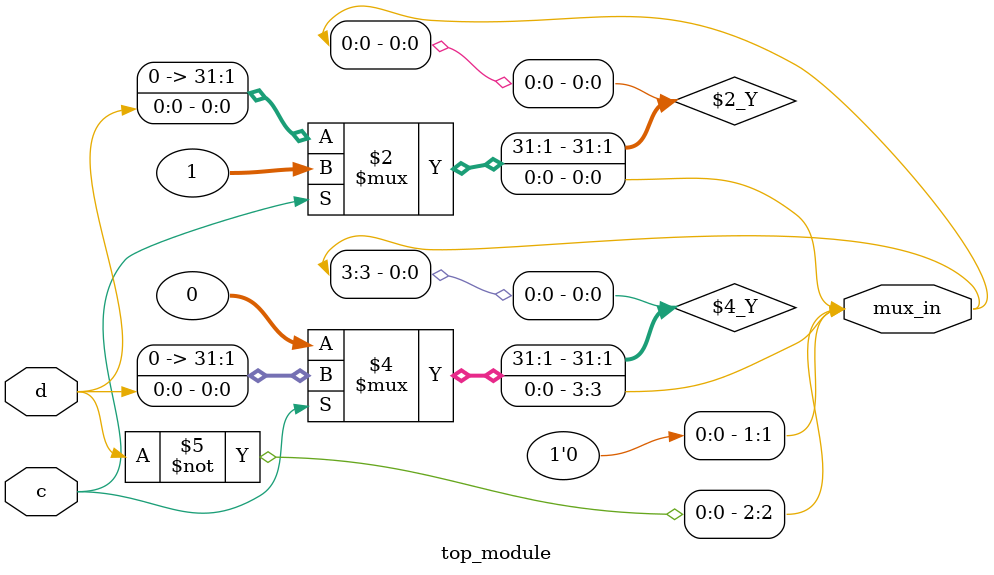
<source format=v>
module top_module (
    input c,
    input d,
    output [3:0] mux_in
); 
    assign mux_in[0] = c ? 1 : d;
    assign mux_in[1] = 0;
    assign mux_in[3] = c ? d : 0;
    assign mux_in[2] = ~d;
endmodule
</source>
